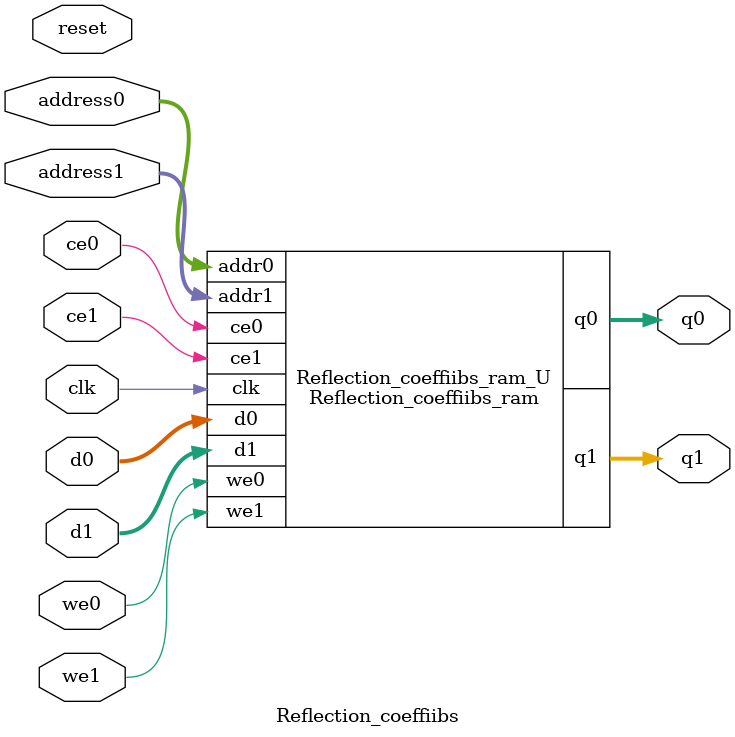
<source format=v>
/* verilator lint_off UNUSED */
/* verilator lint_off WIDTH */
/* verilator lint_off DECLFILENAME */
/* verilator lint_off STMTDLY */
/* verilator lint_off UNDRIVEN */
// ==============================================================
// File generated by Vivado(TM) HLS - High-Level Synthesis from C, C++ and SystemC
// Version: 2016.4
// Copyright (C) 1986-2016 Xilinx, Inc. All Rights Reserved.
// 
// ==============================================================

`timescale 1 ns / 1 ps
module Reflection_coeffiibs_ram (addr0, ce0, d0, we0, q0, addr1, ce1, d1, we1, q1,  clk);

parameter DWIDTH = 16;
parameter AWIDTH = 4;
parameter MEM_SIZE = 9;

input[AWIDTH-1:0] addr0;
input ce0;
input[DWIDTH-1:0] d0;
input we0;
output reg[DWIDTH-1:0] q0;
input[AWIDTH-1:0] addr1;
input ce1;
input[DWIDTH-1:0] d1;
input we1;
output reg[DWIDTH-1:0] q1;
input clk;

(* ram_style = "block" *)reg [DWIDTH-1:0] ram[0:MEM_SIZE-1];




always @(posedge clk)  
begin 
    if (ce0) 
    begin
        if (we0) 
        begin 
            ram[addr0] <= d0; 
            q0 <= d0;
        end 
        else 
            q0 <= ram[addr0];
    end
end


always @(posedge clk)  
begin 
    if (ce1) 
    begin
        if (we1) 
        begin 
            ram[addr1] <= d1; 
            q1 <= d1;
        end 
        else 
            q1 <= ram[addr1];
    end
end


endmodule


`timescale 1 ns / 1 ps
module Reflection_coeffiibs(
    reset,
    clk,
    address0,
    ce0,
    we0,
    d0,
    q0,
    address1,
    ce1,
    we1,
    d1,
    q1);

parameter DataWidth = 32'd16;
parameter AddressRange = 32'd9;
parameter AddressWidth = 32'd4;
input reset;
input clk;
input[AddressWidth - 1:0] address0;
input ce0;
input we0;
input[DataWidth - 1:0] d0;
output[DataWidth - 1:0] q0;
input[AddressWidth - 1:0] address1;
input ce1;
input we1;
input[DataWidth - 1:0] d1;
output[DataWidth - 1:0] q1;



Reflection_coeffiibs_ram Reflection_coeffiibs_ram_U(
    .clk( clk ),
    .addr0( address0 ),
    .ce0( ce0 ),
    .d0( d0 ),
    .we0( we0 ),
    .q0( q0 ),
    .addr1( address1 ),
    .ce1( ce1 ),
    .d1( d1 ),
    .we1( we1 ),
    .q1( q1 ));

endmodule


</source>
